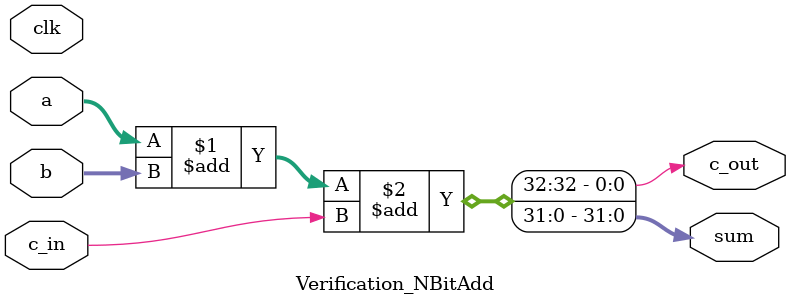
<source format=v>

module Verification_NBitAdd#(
    parameter N = 32
)(
    output [N-1:0] sum,
    output c_out,
    input [N-1:0] a,
    input [N-1:0] b,
    input c_in,
    input clk
    );
    
    assign {c_out, sum} = a + b + c_in;
    
endmodule

</source>
